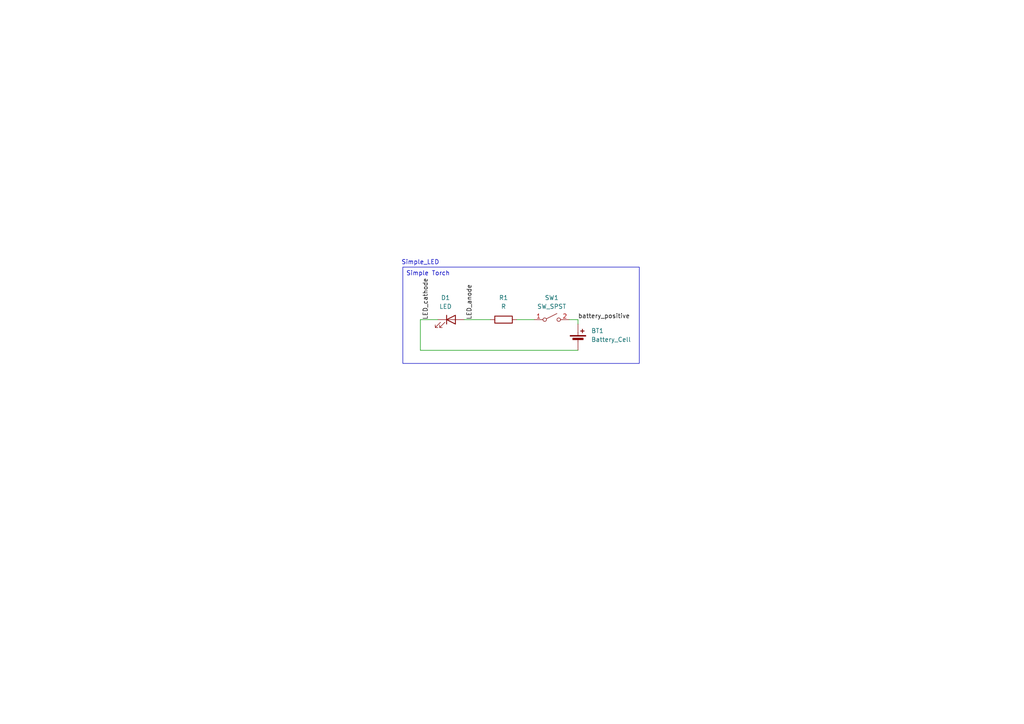
<source format=kicad_sch>
(kicad_sch (version 20250114) (generator "eeschema") (generator_version "9.0")
  (paper "A4")
  (title_block (title "Simple LED Torch revision") (date "2025-09-30") (rev "1") (company "Heartronics"))
  (lib_symbols
    (symbol "Device:Battery_Cell" (pin_numbers (hide yes)) (pin_names (offset 0) (hide yes))
      (property "Reference" "BT" (at 2.54 2.54 0))
      (property "Value" "Battery_Cell" (at 2.54 0 0))
      (symbol "Battery_Cell_0_1"
        (rectangle (start -2.286 1.778) (end 2.286 1.524) (fill (type outline)))
        (rectangle (start -1.524 1.016) (end 1.524 0.508) (fill (type outline)))
        (polyline (pts (xy 0 1.778) (xy 0 2.54)))
        (polyline (pts (xy 0 0.762) (xy 0 0)))
        (polyline (pts (xy 0.762 3.048) (xy 1.778 3.048)) (stroke (width 0.254)))
        (polyline (pts (xy 1.27 3.556) (xy 1.27 2.54)) (stroke (width 0.254)))
      )
      (symbol "Battery_Cell_1_1"
        (pin passive line (at 0 5.08 270) (length 2.54) (name "+") (number "1"))
        (pin passive line (at 0 -2.54 90) (length 2.54) (name "-") (number "2"))
      )
    )
    (symbol "Device:LED" (pin_numbers (hide yes)) (pin_names (offset 1.016) (hide yes))
      (property "Reference" "D" (at 0 2.54 0))
      (property "Value" "LED" (at 0 -2.54 0))
      (symbol "LED_0_1"
        (polyline (pts (xy -3.048 -0.762) (xy -4.572 -2.286) (xy -3.81 -2.286) (xy -4.572 -2.286) (xy -4.572 -1.524)))
        (polyline (pts (xy -1.778 -0.762) (xy -3.302 -2.286) (xy -2.54 -2.286) (xy -3.302 -2.286) (xy -3.302 -1.524)))
        (polyline (pts (xy -1.27 0) (xy 1.27 0)))
        (polyline (pts (xy -1.27 -1.27) (xy -1.27 1.27)) (stroke (width 0.254)))
        (polyline (pts (xy 1.27 -1.27) (xy 1.27 1.27) (xy -1.27 0) (xy 1.27 -1.27)) (stroke (width 0.254)))
      )
      (symbol "LED_1_1"
        (pin passive line (at -3.81 0 0) (length 2.54) (name "K") (number "1"))
        (pin passive line (at 3.81 0 180) (length 2.54) (name "A") (number "2"))
      )
    )
    (symbol "Device:R" (pin_numbers (hide yes)) (pin_names (offset 0))
      (property "Reference" "R" (at 2.032 0 90))
      (property "Value" "R" (at 0 0 90))
      (symbol "R_0_1"
        (rectangle (start -1.016 -2.54) (end 1.016 2.54) (stroke (width 0.254)))
      )
      (symbol "R_1_1"
        (pin passive line (at 0 3.81 270) (length 1.27) (name "~") (number "1"))
        (pin passive line (at 0 -3.81 90) (length 1.27) (name "~") (number "2"))
      )
    )
    (symbol "Switch:SW_SPST" (pin_names (offset 0) (hide yes))
      (property "Reference" "SW" (at 0 3.175 0))
      (property "Value" "SW_SPST" (at 0 -2.54 0))
      (symbol "SW_SPST_0_0"
        (circle (center -2.032 0) (radius 0.508))
        (polyline (pts (xy -1.524 0.254) (xy 1.524 1.778)))
        (circle (center 2.032 0) (radius 0.508))
      )
      (symbol "SW_SPST_1_1"
        (pin passive line (at -5.08 0 0) (length 2.54) (name "A") (number "1"))
        (pin passive line (at 5.08 0 180) (length 2.54) (name "B") (number "2"))
      )
    )
  )
  (text "Simple_LED" (at 121.92 76.2 0) (effects (font (size 1.27 1.27))))
  (text_box "Simple Torch\n" (at 116.84 77.47 0) (size 68.58 27.94) (margins 0.9525 0.9525 0.9525 0.9525) (effects (font (size 1.27 1.27)) (justify left top)))
  (wire (pts (xy 121.92 101.6) (xy 167.64 101.6)))
  (wire (pts (xy 121.92 92.71) (xy 121.92 101.6)))
  (wire (pts (xy 165.1 92.71) (xy 167.64 92.71)))
  (wire (pts (xy 167.64 93.98) (xy 167.64 92.71)))
  (wire (pts (xy 127 92.71) (xy 121.92 92.71)))
  (wire (pts (xy 134.62 92.71) (xy 142.24 92.71)))
  (wire (pts (xy 149.86 92.71) (xy 154.94 92.71)))
  (label "LED_cathode" (at 124.46 92.71 90))
  (label "battery_positive" (at 167.64 92.71 0))
  (label "LED_anode" (at 137.16 92.71 90))
  (symbol (lib_id "Device:R") (at 146.05 92.71 90) (unit 1)
    (property "Reference" "R1" (at 146.05 86.36 90))
    (property "Value" "R" (at 146.05 88.9 90))
    (property "Footprint" "Resistor_THT:R_Axial_DIN0204_L3.6mm_D1.6mm_P2.54mm_Vertical" (effects (hide yes)))
    (property "Description" "Resistor" (effects (hide yes)))
  )
  (symbol (lib_id "Device:Battery_Cell") (at 167.64 99.06 0) (unit 1)
    (property "Reference" "BT1" (at 171.45 95.9484 0) (effects (justify left)))
    (property "Value" "Battery_Cell" (at 171.45 98.4884 0) (effects (justify left)))
    (property "Footprint" "Battery:BatteryHolder_MYOUNG_BS-07-A1BJ001_CR2032" (effects (hide yes)))
    (property "Description" "Single-cell battery" (effects (hide yes)))
  )
  (symbol (lib_id "Device:LED") (at 130.81 92.71 0) (unit 1)
    (property "Reference" "D1" (at 129.2225 86.36 0))
    (property "Value" "LED" (at 129.2225 88.9 0))
    (property "Footprint" "LED_THT:LED_D3.0mm" (effects (hide yes)))
    (property "Description" "Light emitting diode" (effects (hide yes)))
    (property "Sim.Pins" "1=K 2=A" (effects (hide yes)))
  )
  (symbol (lib_id "Switch:SW_SPST") (at 160.02 92.71 0) (unit 1)
    (property "Reference" "SW1" (at 160.02 86.36 0))
    (property "Value" "SW_SPST" (at 160.02 88.9 0))
    (property "Footprint" "Button_Switch_THT:SW_TH_Tactile_Omron_B3F-10xx" (effects (hide yes)))
    (property "Description" "Single Pole Single Throw (SPST) switch" (effects (hide yes)))
  )
)
</source>
